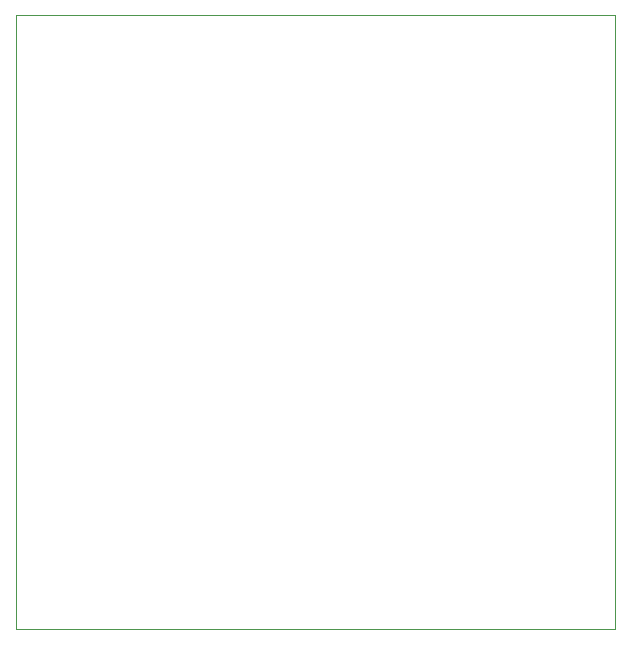
<source format=gbr>
%TF.GenerationSoftware,KiCad,Pcbnew,7.0.1*%
%TF.CreationDate,2023-04-03T23:21:57+02:00*%
%TF.ProjectId,_TS,6054532e-6b69-4636-9164-5f7063625858,rev?*%
%TF.SameCoordinates,Original*%
%TF.FileFunction,Profile,NP*%
%FSLAX46Y46*%
G04 Gerber Fmt 4.6, Leading zero omitted, Abs format (unit mm)*
G04 Created by KiCad (PCBNEW 7.0.1) date 2023-04-03 23:21:57*
%MOMM*%
%LPD*%
G01*
G04 APERTURE LIST*
%TA.AperFunction,Profile*%
%ADD10C,0.100000*%
%TD*%
G04 APERTURE END LIST*
D10*
X100180000Y-62720000D02*
X150900000Y-62720000D01*
X150900000Y-114680000D01*
X100180000Y-114680000D01*
X100180000Y-62720000D01*
M02*

</source>
